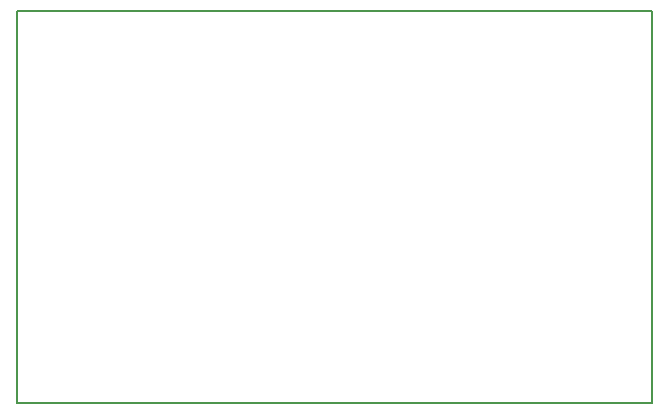
<source format=gbr>
G04 #@! TF.FileFunction,Profile,NP*
%FSLAX46Y46*%
G04 Gerber Fmt 4.6, Leading zero omitted, Abs format (unit mm)*
G04 Created by KiCad (PCBNEW 4.0.7) date 04/07/18 18:35:28*
%MOMM*%
%LPD*%
G01*
G04 APERTURE LIST*
%ADD10C,0.100000*%
%ADD11C,0.150000*%
G04 APERTURE END LIST*
D10*
D11*
X0Y0D02*
X53750000Y0D01*
X0Y33250000D02*
X53750000Y33250000D01*
X53750000Y33250000D02*
X53750000Y0D01*
X0Y33250000D02*
X0Y0D01*
M02*

</source>
